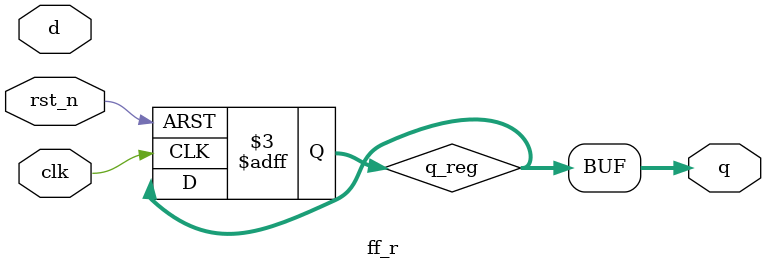
<source format=sv>
module ff_r #(parameter WIDTH = 32)
(
    input clk,
    input rst_n,
    input [WIDTH-1:0] d,
    output [WIDTH-1:0] q
);

    logic [WIDTH-1:0] q_reg;
    always_ff @(posedge clk or negedge rst_n) begin
        if(!rst_n)
            q_reg <= '0;
        else
            q_req <= d;
    end

    assign q = q_reg;

endmodule

</source>
